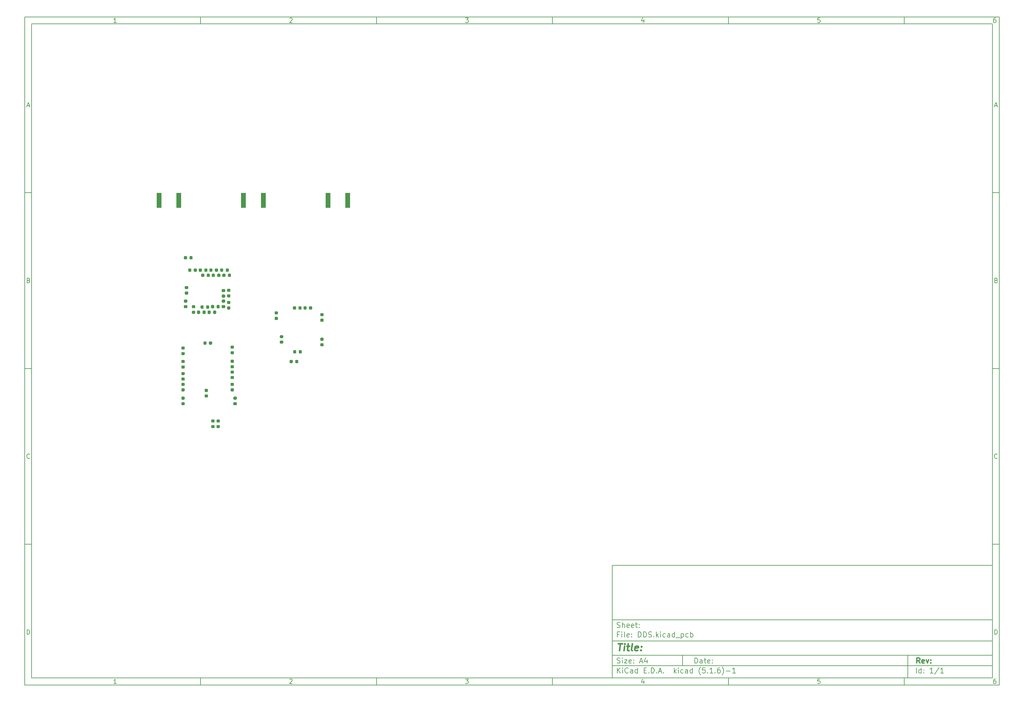
<source format=gbr>
%TF.GenerationSoftware,KiCad,Pcbnew,(5.1.6)-1*%
%TF.CreationDate,2020-10-26T13:42:29-06:00*%
%TF.ProjectId,DDS,4444532e-6b69-4636-9164-5f7063625858,rev?*%
%TF.SameCoordinates,Original*%
%TF.FileFunction,Paste,Bot*%
%TF.FilePolarity,Positive*%
%FSLAX46Y46*%
G04 Gerber Fmt 4.6, Leading zero omitted, Abs format (unit mm)*
G04 Created by KiCad (PCBNEW (5.1.6)-1) date 2020-10-26 13:42:29*
%MOMM*%
%LPD*%
G01*
G04 APERTURE LIST*
%ADD10C,0.100000*%
%ADD11C,0.150000*%
%ADD12C,0.300000*%
%ADD13C,0.400000*%
%ADD14R,1.350000X4.200000*%
G04 APERTURE END LIST*
D10*
D11*
X177002200Y-166007200D02*
X177002200Y-198007200D01*
X285002200Y-198007200D01*
X285002200Y-166007200D01*
X177002200Y-166007200D01*
D10*
D11*
X10000000Y-10000000D02*
X10000000Y-200007200D01*
X287002200Y-200007200D01*
X287002200Y-10000000D01*
X10000000Y-10000000D01*
D10*
D11*
X12000000Y-12000000D02*
X12000000Y-198007200D01*
X285002200Y-198007200D01*
X285002200Y-12000000D01*
X12000000Y-12000000D01*
D10*
D11*
X60000000Y-12000000D02*
X60000000Y-10000000D01*
D10*
D11*
X110000000Y-12000000D02*
X110000000Y-10000000D01*
D10*
D11*
X160000000Y-12000000D02*
X160000000Y-10000000D01*
D10*
D11*
X210000000Y-12000000D02*
X210000000Y-10000000D01*
D10*
D11*
X260000000Y-12000000D02*
X260000000Y-10000000D01*
D10*
D11*
X36065476Y-11588095D02*
X35322619Y-11588095D01*
X35694047Y-11588095D02*
X35694047Y-10288095D01*
X35570238Y-10473809D01*
X35446428Y-10597619D01*
X35322619Y-10659523D01*
D10*
D11*
X85322619Y-10411904D02*
X85384523Y-10350000D01*
X85508333Y-10288095D01*
X85817857Y-10288095D01*
X85941666Y-10350000D01*
X86003571Y-10411904D01*
X86065476Y-10535714D01*
X86065476Y-10659523D01*
X86003571Y-10845238D01*
X85260714Y-11588095D01*
X86065476Y-11588095D01*
D10*
D11*
X135260714Y-10288095D02*
X136065476Y-10288095D01*
X135632142Y-10783333D01*
X135817857Y-10783333D01*
X135941666Y-10845238D01*
X136003571Y-10907142D01*
X136065476Y-11030952D01*
X136065476Y-11340476D01*
X136003571Y-11464285D01*
X135941666Y-11526190D01*
X135817857Y-11588095D01*
X135446428Y-11588095D01*
X135322619Y-11526190D01*
X135260714Y-11464285D01*
D10*
D11*
X185941666Y-10721428D02*
X185941666Y-11588095D01*
X185632142Y-10226190D02*
X185322619Y-11154761D01*
X186127380Y-11154761D01*
D10*
D11*
X236003571Y-10288095D02*
X235384523Y-10288095D01*
X235322619Y-10907142D01*
X235384523Y-10845238D01*
X235508333Y-10783333D01*
X235817857Y-10783333D01*
X235941666Y-10845238D01*
X236003571Y-10907142D01*
X236065476Y-11030952D01*
X236065476Y-11340476D01*
X236003571Y-11464285D01*
X235941666Y-11526190D01*
X235817857Y-11588095D01*
X235508333Y-11588095D01*
X235384523Y-11526190D01*
X235322619Y-11464285D01*
D10*
D11*
X285941666Y-10288095D02*
X285694047Y-10288095D01*
X285570238Y-10350000D01*
X285508333Y-10411904D01*
X285384523Y-10597619D01*
X285322619Y-10845238D01*
X285322619Y-11340476D01*
X285384523Y-11464285D01*
X285446428Y-11526190D01*
X285570238Y-11588095D01*
X285817857Y-11588095D01*
X285941666Y-11526190D01*
X286003571Y-11464285D01*
X286065476Y-11340476D01*
X286065476Y-11030952D01*
X286003571Y-10907142D01*
X285941666Y-10845238D01*
X285817857Y-10783333D01*
X285570238Y-10783333D01*
X285446428Y-10845238D01*
X285384523Y-10907142D01*
X285322619Y-11030952D01*
D10*
D11*
X60000000Y-198007200D02*
X60000000Y-200007200D01*
D10*
D11*
X110000000Y-198007200D02*
X110000000Y-200007200D01*
D10*
D11*
X160000000Y-198007200D02*
X160000000Y-200007200D01*
D10*
D11*
X210000000Y-198007200D02*
X210000000Y-200007200D01*
D10*
D11*
X260000000Y-198007200D02*
X260000000Y-200007200D01*
D10*
D11*
X36065476Y-199595295D02*
X35322619Y-199595295D01*
X35694047Y-199595295D02*
X35694047Y-198295295D01*
X35570238Y-198481009D01*
X35446428Y-198604819D01*
X35322619Y-198666723D01*
D10*
D11*
X85322619Y-198419104D02*
X85384523Y-198357200D01*
X85508333Y-198295295D01*
X85817857Y-198295295D01*
X85941666Y-198357200D01*
X86003571Y-198419104D01*
X86065476Y-198542914D01*
X86065476Y-198666723D01*
X86003571Y-198852438D01*
X85260714Y-199595295D01*
X86065476Y-199595295D01*
D10*
D11*
X135260714Y-198295295D02*
X136065476Y-198295295D01*
X135632142Y-198790533D01*
X135817857Y-198790533D01*
X135941666Y-198852438D01*
X136003571Y-198914342D01*
X136065476Y-199038152D01*
X136065476Y-199347676D01*
X136003571Y-199471485D01*
X135941666Y-199533390D01*
X135817857Y-199595295D01*
X135446428Y-199595295D01*
X135322619Y-199533390D01*
X135260714Y-199471485D01*
D10*
D11*
X185941666Y-198728628D02*
X185941666Y-199595295D01*
X185632142Y-198233390D02*
X185322619Y-199161961D01*
X186127380Y-199161961D01*
D10*
D11*
X236003571Y-198295295D02*
X235384523Y-198295295D01*
X235322619Y-198914342D01*
X235384523Y-198852438D01*
X235508333Y-198790533D01*
X235817857Y-198790533D01*
X235941666Y-198852438D01*
X236003571Y-198914342D01*
X236065476Y-199038152D01*
X236065476Y-199347676D01*
X236003571Y-199471485D01*
X235941666Y-199533390D01*
X235817857Y-199595295D01*
X235508333Y-199595295D01*
X235384523Y-199533390D01*
X235322619Y-199471485D01*
D10*
D11*
X285941666Y-198295295D02*
X285694047Y-198295295D01*
X285570238Y-198357200D01*
X285508333Y-198419104D01*
X285384523Y-198604819D01*
X285322619Y-198852438D01*
X285322619Y-199347676D01*
X285384523Y-199471485D01*
X285446428Y-199533390D01*
X285570238Y-199595295D01*
X285817857Y-199595295D01*
X285941666Y-199533390D01*
X286003571Y-199471485D01*
X286065476Y-199347676D01*
X286065476Y-199038152D01*
X286003571Y-198914342D01*
X285941666Y-198852438D01*
X285817857Y-198790533D01*
X285570238Y-198790533D01*
X285446428Y-198852438D01*
X285384523Y-198914342D01*
X285322619Y-199038152D01*
D10*
D11*
X10000000Y-60000000D02*
X12000000Y-60000000D01*
D10*
D11*
X10000000Y-110000000D02*
X12000000Y-110000000D01*
D10*
D11*
X10000000Y-160000000D02*
X12000000Y-160000000D01*
D10*
D11*
X10690476Y-35216666D02*
X11309523Y-35216666D01*
X10566666Y-35588095D02*
X11000000Y-34288095D01*
X11433333Y-35588095D01*
D10*
D11*
X11092857Y-84907142D02*
X11278571Y-84969047D01*
X11340476Y-85030952D01*
X11402380Y-85154761D01*
X11402380Y-85340476D01*
X11340476Y-85464285D01*
X11278571Y-85526190D01*
X11154761Y-85588095D01*
X10659523Y-85588095D01*
X10659523Y-84288095D01*
X11092857Y-84288095D01*
X11216666Y-84350000D01*
X11278571Y-84411904D01*
X11340476Y-84535714D01*
X11340476Y-84659523D01*
X11278571Y-84783333D01*
X11216666Y-84845238D01*
X11092857Y-84907142D01*
X10659523Y-84907142D01*
D10*
D11*
X11402380Y-135464285D02*
X11340476Y-135526190D01*
X11154761Y-135588095D01*
X11030952Y-135588095D01*
X10845238Y-135526190D01*
X10721428Y-135402380D01*
X10659523Y-135278571D01*
X10597619Y-135030952D01*
X10597619Y-134845238D01*
X10659523Y-134597619D01*
X10721428Y-134473809D01*
X10845238Y-134350000D01*
X11030952Y-134288095D01*
X11154761Y-134288095D01*
X11340476Y-134350000D01*
X11402380Y-134411904D01*
D10*
D11*
X10659523Y-185588095D02*
X10659523Y-184288095D01*
X10969047Y-184288095D01*
X11154761Y-184350000D01*
X11278571Y-184473809D01*
X11340476Y-184597619D01*
X11402380Y-184845238D01*
X11402380Y-185030952D01*
X11340476Y-185278571D01*
X11278571Y-185402380D01*
X11154761Y-185526190D01*
X10969047Y-185588095D01*
X10659523Y-185588095D01*
D10*
D11*
X287002200Y-60000000D02*
X285002200Y-60000000D01*
D10*
D11*
X287002200Y-110000000D02*
X285002200Y-110000000D01*
D10*
D11*
X287002200Y-160000000D02*
X285002200Y-160000000D01*
D10*
D11*
X285692676Y-35216666D02*
X286311723Y-35216666D01*
X285568866Y-35588095D02*
X286002200Y-34288095D01*
X286435533Y-35588095D01*
D10*
D11*
X286095057Y-84907142D02*
X286280771Y-84969047D01*
X286342676Y-85030952D01*
X286404580Y-85154761D01*
X286404580Y-85340476D01*
X286342676Y-85464285D01*
X286280771Y-85526190D01*
X286156961Y-85588095D01*
X285661723Y-85588095D01*
X285661723Y-84288095D01*
X286095057Y-84288095D01*
X286218866Y-84350000D01*
X286280771Y-84411904D01*
X286342676Y-84535714D01*
X286342676Y-84659523D01*
X286280771Y-84783333D01*
X286218866Y-84845238D01*
X286095057Y-84907142D01*
X285661723Y-84907142D01*
D10*
D11*
X286404580Y-135464285D02*
X286342676Y-135526190D01*
X286156961Y-135588095D01*
X286033152Y-135588095D01*
X285847438Y-135526190D01*
X285723628Y-135402380D01*
X285661723Y-135278571D01*
X285599819Y-135030952D01*
X285599819Y-134845238D01*
X285661723Y-134597619D01*
X285723628Y-134473809D01*
X285847438Y-134350000D01*
X286033152Y-134288095D01*
X286156961Y-134288095D01*
X286342676Y-134350000D01*
X286404580Y-134411904D01*
D10*
D11*
X285661723Y-185588095D02*
X285661723Y-184288095D01*
X285971247Y-184288095D01*
X286156961Y-184350000D01*
X286280771Y-184473809D01*
X286342676Y-184597619D01*
X286404580Y-184845238D01*
X286404580Y-185030952D01*
X286342676Y-185278571D01*
X286280771Y-185402380D01*
X286156961Y-185526190D01*
X285971247Y-185588095D01*
X285661723Y-185588095D01*
D10*
D11*
X200434342Y-193785771D02*
X200434342Y-192285771D01*
X200791485Y-192285771D01*
X201005771Y-192357200D01*
X201148628Y-192500057D01*
X201220057Y-192642914D01*
X201291485Y-192928628D01*
X201291485Y-193142914D01*
X201220057Y-193428628D01*
X201148628Y-193571485D01*
X201005771Y-193714342D01*
X200791485Y-193785771D01*
X200434342Y-193785771D01*
X202577200Y-193785771D02*
X202577200Y-193000057D01*
X202505771Y-192857200D01*
X202362914Y-192785771D01*
X202077200Y-192785771D01*
X201934342Y-192857200D01*
X202577200Y-193714342D02*
X202434342Y-193785771D01*
X202077200Y-193785771D01*
X201934342Y-193714342D01*
X201862914Y-193571485D01*
X201862914Y-193428628D01*
X201934342Y-193285771D01*
X202077200Y-193214342D01*
X202434342Y-193214342D01*
X202577200Y-193142914D01*
X203077200Y-192785771D02*
X203648628Y-192785771D01*
X203291485Y-192285771D02*
X203291485Y-193571485D01*
X203362914Y-193714342D01*
X203505771Y-193785771D01*
X203648628Y-193785771D01*
X204720057Y-193714342D02*
X204577200Y-193785771D01*
X204291485Y-193785771D01*
X204148628Y-193714342D01*
X204077200Y-193571485D01*
X204077200Y-193000057D01*
X204148628Y-192857200D01*
X204291485Y-192785771D01*
X204577200Y-192785771D01*
X204720057Y-192857200D01*
X204791485Y-193000057D01*
X204791485Y-193142914D01*
X204077200Y-193285771D01*
X205434342Y-193642914D02*
X205505771Y-193714342D01*
X205434342Y-193785771D01*
X205362914Y-193714342D01*
X205434342Y-193642914D01*
X205434342Y-193785771D01*
X205434342Y-192857200D02*
X205505771Y-192928628D01*
X205434342Y-193000057D01*
X205362914Y-192928628D01*
X205434342Y-192857200D01*
X205434342Y-193000057D01*
D10*
D11*
X177002200Y-194507200D02*
X285002200Y-194507200D01*
D10*
D11*
X178434342Y-196585771D02*
X178434342Y-195085771D01*
X179291485Y-196585771D02*
X178648628Y-195728628D01*
X179291485Y-195085771D02*
X178434342Y-195942914D01*
X179934342Y-196585771D02*
X179934342Y-195585771D01*
X179934342Y-195085771D02*
X179862914Y-195157200D01*
X179934342Y-195228628D01*
X180005771Y-195157200D01*
X179934342Y-195085771D01*
X179934342Y-195228628D01*
X181505771Y-196442914D02*
X181434342Y-196514342D01*
X181220057Y-196585771D01*
X181077200Y-196585771D01*
X180862914Y-196514342D01*
X180720057Y-196371485D01*
X180648628Y-196228628D01*
X180577200Y-195942914D01*
X180577200Y-195728628D01*
X180648628Y-195442914D01*
X180720057Y-195300057D01*
X180862914Y-195157200D01*
X181077200Y-195085771D01*
X181220057Y-195085771D01*
X181434342Y-195157200D01*
X181505771Y-195228628D01*
X182791485Y-196585771D02*
X182791485Y-195800057D01*
X182720057Y-195657200D01*
X182577200Y-195585771D01*
X182291485Y-195585771D01*
X182148628Y-195657200D01*
X182791485Y-196514342D02*
X182648628Y-196585771D01*
X182291485Y-196585771D01*
X182148628Y-196514342D01*
X182077200Y-196371485D01*
X182077200Y-196228628D01*
X182148628Y-196085771D01*
X182291485Y-196014342D01*
X182648628Y-196014342D01*
X182791485Y-195942914D01*
X184148628Y-196585771D02*
X184148628Y-195085771D01*
X184148628Y-196514342D02*
X184005771Y-196585771D01*
X183720057Y-196585771D01*
X183577200Y-196514342D01*
X183505771Y-196442914D01*
X183434342Y-196300057D01*
X183434342Y-195871485D01*
X183505771Y-195728628D01*
X183577200Y-195657200D01*
X183720057Y-195585771D01*
X184005771Y-195585771D01*
X184148628Y-195657200D01*
X186005771Y-195800057D02*
X186505771Y-195800057D01*
X186720057Y-196585771D02*
X186005771Y-196585771D01*
X186005771Y-195085771D01*
X186720057Y-195085771D01*
X187362914Y-196442914D02*
X187434342Y-196514342D01*
X187362914Y-196585771D01*
X187291485Y-196514342D01*
X187362914Y-196442914D01*
X187362914Y-196585771D01*
X188077200Y-196585771D02*
X188077200Y-195085771D01*
X188434342Y-195085771D01*
X188648628Y-195157200D01*
X188791485Y-195300057D01*
X188862914Y-195442914D01*
X188934342Y-195728628D01*
X188934342Y-195942914D01*
X188862914Y-196228628D01*
X188791485Y-196371485D01*
X188648628Y-196514342D01*
X188434342Y-196585771D01*
X188077200Y-196585771D01*
X189577200Y-196442914D02*
X189648628Y-196514342D01*
X189577200Y-196585771D01*
X189505771Y-196514342D01*
X189577200Y-196442914D01*
X189577200Y-196585771D01*
X190220057Y-196157200D02*
X190934342Y-196157200D01*
X190077200Y-196585771D02*
X190577200Y-195085771D01*
X191077200Y-196585771D01*
X191577200Y-196442914D02*
X191648628Y-196514342D01*
X191577200Y-196585771D01*
X191505771Y-196514342D01*
X191577200Y-196442914D01*
X191577200Y-196585771D01*
X194577200Y-196585771D02*
X194577200Y-195085771D01*
X194720057Y-196014342D02*
X195148628Y-196585771D01*
X195148628Y-195585771D02*
X194577200Y-196157200D01*
X195791485Y-196585771D02*
X195791485Y-195585771D01*
X195791485Y-195085771D02*
X195720057Y-195157200D01*
X195791485Y-195228628D01*
X195862914Y-195157200D01*
X195791485Y-195085771D01*
X195791485Y-195228628D01*
X197148628Y-196514342D02*
X197005771Y-196585771D01*
X196720057Y-196585771D01*
X196577200Y-196514342D01*
X196505771Y-196442914D01*
X196434342Y-196300057D01*
X196434342Y-195871485D01*
X196505771Y-195728628D01*
X196577200Y-195657200D01*
X196720057Y-195585771D01*
X197005771Y-195585771D01*
X197148628Y-195657200D01*
X198434342Y-196585771D02*
X198434342Y-195800057D01*
X198362914Y-195657200D01*
X198220057Y-195585771D01*
X197934342Y-195585771D01*
X197791485Y-195657200D01*
X198434342Y-196514342D02*
X198291485Y-196585771D01*
X197934342Y-196585771D01*
X197791485Y-196514342D01*
X197720057Y-196371485D01*
X197720057Y-196228628D01*
X197791485Y-196085771D01*
X197934342Y-196014342D01*
X198291485Y-196014342D01*
X198434342Y-195942914D01*
X199791485Y-196585771D02*
X199791485Y-195085771D01*
X199791485Y-196514342D02*
X199648628Y-196585771D01*
X199362914Y-196585771D01*
X199220057Y-196514342D01*
X199148628Y-196442914D01*
X199077200Y-196300057D01*
X199077200Y-195871485D01*
X199148628Y-195728628D01*
X199220057Y-195657200D01*
X199362914Y-195585771D01*
X199648628Y-195585771D01*
X199791485Y-195657200D01*
X202077200Y-197157200D02*
X202005771Y-197085771D01*
X201862914Y-196871485D01*
X201791485Y-196728628D01*
X201720057Y-196514342D01*
X201648628Y-196157200D01*
X201648628Y-195871485D01*
X201720057Y-195514342D01*
X201791485Y-195300057D01*
X201862914Y-195157200D01*
X202005771Y-194942914D01*
X202077200Y-194871485D01*
X203362914Y-195085771D02*
X202648628Y-195085771D01*
X202577200Y-195800057D01*
X202648628Y-195728628D01*
X202791485Y-195657200D01*
X203148628Y-195657200D01*
X203291485Y-195728628D01*
X203362914Y-195800057D01*
X203434342Y-195942914D01*
X203434342Y-196300057D01*
X203362914Y-196442914D01*
X203291485Y-196514342D01*
X203148628Y-196585771D01*
X202791485Y-196585771D01*
X202648628Y-196514342D01*
X202577200Y-196442914D01*
X204077200Y-196442914D02*
X204148628Y-196514342D01*
X204077200Y-196585771D01*
X204005771Y-196514342D01*
X204077200Y-196442914D01*
X204077200Y-196585771D01*
X205577200Y-196585771D02*
X204720057Y-196585771D01*
X205148628Y-196585771D02*
X205148628Y-195085771D01*
X205005771Y-195300057D01*
X204862914Y-195442914D01*
X204720057Y-195514342D01*
X206220057Y-196442914D02*
X206291485Y-196514342D01*
X206220057Y-196585771D01*
X206148628Y-196514342D01*
X206220057Y-196442914D01*
X206220057Y-196585771D01*
X207577200Y-195085771D02*
X207291485Y-195085771D01*
X207148628Y-195157200D01*
X207077200Y-195228628D01*
X206934342Y-195442914D01*
X206862914Y-195728628D01*
X206862914Y-196300057D01*
X206934342Y-196442914D01*
X207005771Y-196514342D01*
X207148628Y-196585771D01*
X207434342Y-196585771D01*
X207577200Y-196514342D01*
X207648628Y-196442914D01*
X207720057Y-196300057D01*
X207720057Y-195942914D01*
X207648628Y-195800057D01*
X207577200Y-195728628D01*
X207434342Y-195657200D01*
X207148628Y-195657200D01*
X207005771Y-195728628D01*
X206934342Y-195800057D01*
X206862914Y-195942914D01*
X208220057Y-197157200D02*
X208291485Y-197085771D01*
X208434342Y-196871485D01*
X208505771Y-196728628D01*
X208577200Y-196514342D01*
X208648628Y-196157200D01*
X208648628Y-195871485D01*
X208577200Y-195514342D01*
X208505771Y-195300057D01*
X208434342Y-195157200D01*
X208291485Y-194942914D01*
X208220057Y-194871485D01*
X209362914Y-196014342D02*
X210505771Y-196014342D01*
X212005771Y-196585771D02*
X211148628Y-196585771D01*
X211577200Y-196585771D02*
X211577200Y-195085771D01*
X211434342Y-195300057D01*
X211291485Y-195442914D01*
X211148628Y-195514342D01*
D10*
D11*
X177002200Y-191507200D02*
X285002200Y-191507200D01*
D10*
D12*
X264411485Y-193785771D02*
X263911485Y-193071485D01*
X263554342Y-193785771D02*
X263554342Y-192285771D01*
X264125771Y-192285771D01*
X264268628Y-192357200D01*
X264340057Y-192428628D01*
X264411485Y-192571485D01*
X264411485Y-192785771D01*
X264340057Y-192928628D01*
X264268628Y-193000057D01*
X264125771Y-193071485D01*
X263554342Y-193071485D01*
X265625771Y-193714342D02*
X265482914Y-193785771D01*
X265197200Y-193785771D01*
X265054342Y-193714342D01*
X264982914Y-193571485D01*
X264982914Y-193000057D01*
X265054342Y-192857200D01*
X265197200Y-192785771D01*
X265482914Y-192785771D01*
X265625771Y-192857200D01*
X265697200Y-193000057D01*
X265697200Y-193142914D01*
X264982914Y-193285771D01*
X266197200Y-192785771D02*
X266554342Y-193785771D01*
X266911485Y-192785771D01*
X267482914Y-193642914D02*
X267554342Y-193714342D01*
X267482914Y-193785771D01*
X267411485Y-193714342D01*
X267482914Y-193642914D01*
X267482914Y-193785771D01*
X267482914Y-192857200D02*
X267554342Y-192928628D01*
X267482914Y-193000057D01*
X267411485Y-192928628D01*
X267482914Y-192857200D01*
X267482914Y-193000057D01*
D10*
D11*
X178362914Y-193714342D02*
X178577200Y-193785771D01*
X178934342Y-193785771D01*
X179077200Y-193714342D01*
X179148628Y-193642914D01*
X179220057Y-193500057D01*
X179220057Y-193357200D01*
X179148628Y-193214342D01*
X179077200Y-193142914D01*
X178934342Y-193071485D01*
X178648628Y-193000057D01*
X178505771Y-192928628D01*
X178434342Y-192857200D01*
X178362914Y-192714342D01*
X178362914Y-192571485D01*
X178434342Y-192428628D01*
X178505771Y-192357200D01*
X178648628Y-192285771D01*
X179005771Y-192285771D01*
X179220057Y-192357200D01*
X179862914Y-193785771D02*
X179862914Y-192785771D01*
X179862914Y-192285771D02*
X179791485Y-192357200D01*
X179862914Y-192428628D01*
X179934342Y-192357200D01*
X179862914Y-192285771D01*
X179862914Y-192428628D01*
X180434342Y-192785771D02*
X181220057Y-192785771D01*
X180434342Y-193785771D01*
X181220057Y-193785771D01*
X182362914Y-193714342D02*
X182220057Y-193785771D01*
X181934342Y-193785771D01*
X181791485Y-193714342D01*
X181720057Y-193571485D01*
X181720057Y-193000057D01*
X181791485Y-192857200D01*
X181934342Y-192785771D01*
X182220057Y-192785771D01*
X182362914Y-192857200D01*
X182434342Y-193000057D01*
X182434342Y-193142914D01*
X181720057Y-193285771D01*
X183077200Y-193642914D02*
X183148628Y-193714342D01*
X183077200Y-193785771D01*
X183005771Y-193714342D01*
X183077200Y-193642914D01*
X183077200Y-193785771D01*
X183077200Y-192857200D02*
X183148628Y-192928628D01*
X183077200Y-193000057D01*
X183005771Y-192928628D01*
X183077200Y-192857200D01*
X183077200Y-193000057D01*
X184862914Y-193357200D02*
X185577200Y-193357200D01*
X184720057Y-193785771D02*
X185220057Y-192285771D01*
X185720057Y-193785771D01*
X186862914Y-192785771D02*
X186862914Y-193785771D01*
X186505771Y-192214342D02*
X186148628Y-193285771D01*
X187077200Y-193285771D01*
D10*
D11*
X263434342Y-196585771D02*
X263434342Y-195085771D01*
X264791485Y-196585771D02*
X264791485Y-195085771D01*
X264791485Y-196514342D02*
X264648628Y-196585771D01*
X264362914Y-196585771D01*
X264220057Y-196514342D01*
X264148628Y-196442914D01*
X264077200Y-196300057D01*
X264077200Y-195871485D01*
X264148628Y-195728628D01*
X264220057Y-195657200D01*
X264362914Y-195585771D01*
X264648628Y-195585771D01*
X264791485Y-195657200D01*
X265505771Y-196442914D02*
X265577200Y-196514342D01*
X265505771Y-196585771D01*
X265434342Y-196514342D01*
X265505771Y-196442914D01*
X265505771Y-196585771D01*
X265505771Y-195657200D02*
X265577200Y-195728628D01*
X265505771Y-195800057D01*
X265434342Y-195728628D01*
X265505771Y-195657200D01*
X265505771Y-195800057D01*
X268148628Y-196585771D02*
X267291485Y-196585771D01*
X267720057Y-196585771D02*
X267720057Y-195085771D01*
X267577200Y-195300057D01*
X267434342Y-195442914D01*
X267291485Y-195514342D01*
X269862914Y-195014342D02*
X268577200Y-196942914D01*
X271148628Y-196585771D02*
X270291485Y-196585771D01*
X270720057Y-196585771D02*
X270720057Y-195085771D01*
X270577200Y-195300057D01*
X270434342Y-195442914D01*
X270291485Y-195514342D01*
D10*
D11*
X177002200Y-187507200D02*
X285002200Y-187507200D01*
D10*
D13*
X178714580Y-188211961D02*
X179857438Y-188211961D01*
X179036009Y-190211961D02*
X179286009Y-188211961D01*
X180274104Y-190211961D02*
X180440771Y-188878628D01*
X180524104Y-188211961D02*
X180416961Y-188307200D01*
X180500295Y-188402438D01*
X180607438Y-188307200D01*
X180524104Y-188211961D01*
X180500295Y-188402438D01*
X181107438Y-188878628D02*
X181869342Y-188878628D01*
X181476485Y-188211961D02*
X181262200Y-189926247D01*
X181333628Y-190116723D01*
X181512200Y-190211961D01*
X181702676Y-190211961D01*
X182655057Y-190211961D02*
X182476485Y-190116723D01*
X182405057Y-189926247D01*
X182619342Y-188211961D01*
X184190771Y-190116723D02*
X183988390Y-190211961D01*
X183607438Y-190211961D01*
X183428866Y-190116723D01*
X183357438Y-189926247D01*
X183452676Y-189164342D01*
X183571723Y-188973866D01*
X183774104Y-188878628D01*
X184155057Y-188878628D01*
X184333628Y-188973866D01*
X184405057Y-189164342D01*
X184381247Y-189354819D01*
X183405057Y-189545295D01*
X185155057Y-190021485D02*
X185238390Y-190116723D01*
X185131247Y-190211961D01*
X185047914Y-190116723D01*
X185155057Y-190021485D01*
X185131247Y-190211961D01*
X185286009Y-188973866D02*
X185369342Y-189069104D01*
X185262200Y-189164342D01*
X185178866Y-189069104D01*
X185286009Y-188973866D01*
X185262200Y-189164342D01*
D10*
D11*
X178934342Y-185600057D02*
X178434342Y-185600057D01*
X178434342Y-186385771D02*
X178434342Y-184885771D01*
X179148628Y-184885771D01*
X179720057Y-186385771D02*
X179720057Y-185385771D01*
X179720057Y-184885771D02*
X179648628Y-184957200D01*
X179720057Y-185028628D01*
X179791485Y-184957200D01*
X179720057Y-184885771D01*
X179720057Y-185028628D01*
X180648628Y-186385771D02*
X180505771Y-186314342D01*
X180434342Y-186171485D01*
X180434342Y-184885771D01*
X181791485Y-186314342D02*
X181648628Y-186385771D01*
X181362914Y-186385771D01*
X181220057Y-186314342D01*
X181148628Y-186171485D01*
X181148628Y-185600057D01*
X181220057Y-185457200D01*
X181362914Y-185385771D01*
X181648628Y-185385771D01*
X181791485Y-185457200D01*
X181862914Y-185600057D01*
X181862914Y-185742914D01*
X181148628Y-185885771D01*
X182505771Y-186242914D02*
X182577200Y-186314342D01*
X182505771Y-186385771D01*
X182434342Y-186314342D01*
X182505771Y-186242914D01*
X182505771Y-186385771D01*
X182505771Y-185457200D02*
X182577200Y-185528628D01*
X182505771Y-185600057D01*
X182434342Y-185528628D01*
X182505771Y-185457200D01*
X182505771Y-185600057D01*
X184362914Y-186385771D02*
X184362914Y-184885771D01*
X184720057Y-184885771D01*
X184934342Y-184957200D01*
X185077200Y-185100057D01*
X185148628Y-185242914D01*
X185220057Y-185528628D01*
X185220057Y-185742914D01*
X185148628Y-186028628D01*
X185077200Y-186171485D01*
X184934342Y-186314342D01*
X184720057Y-186385771D01*
X184362914Y-186385771D01*
X185862914Y-186385771D02*
X185862914Y-184885771D01*
X186220057Y-184885771D01*
X186434342Y-184957200D01*
X186577200Y-185100057D01*
X186648628Y-185242914D01*
X186720057Y-185528628D01*
X186720057Y-185742914D01*
X186648628Y-186028628D01*
X186577200Y-186171485D01*
X186434342Y-186314342D01*
X186220057Y-186385771D01*
X185862914Y-186385771D01*
X187291485Y-186314342D02*
X187505771Y-186385771D01*
X187862914Y-186385771D01*
X188005771Y-186314342D01*
X188077200Y-186242914D01*
X188148628Y-186100057D01*
X188148628Y-185957200D01*
X188077200Y-185814342D01*
X188005771Y-185742914D01*
X187862914Y-185671485D01*
X187577200Y-185600057D01*
X187434342Y-185528628D01*
X187362914Y-185457200D01*
X187291485Y-185314342D01*
X187291485Y-185171485D01*
X187362914Y-185028628D01*
X187434342Y-184957200D01*
X187577200Y-184885771D01*
X187934342Y-184885771D01*
X188148628Y-184957200D01*
X188791485Y-186242914D02*
X188862914Y-186314342D01*
X188791485Y-186385771D01*
X188720057Y-186314342D01*
X188791485Y-186242914D01*
X188791485Y-186385771D01*
X189505771Y-186385771D02*
X189505771Y-184885771D01*
X189648628Y-185814342D02*
X190077200Y-186385771D01*
X190077200Y-185385771D02*
X189505771Y-185957200D01*
X190720057Y-186385771D02*
X190720057Y-185385771D01*
X190720057Y-184885771D02*
X190648628Y-184957200D01*
X190720057Y-185028628D01*
X190791485Y-184957200D01*
X190720057Y-184885771D01*
X190720057Y-185028628D01*
X192077200Y-186314342D02*
X191934342Y-186385771D01*
X191648628Y-186385771D01*
X191505771Y-186314342D01*
X191434342Y-186242914D01*
X191362914Y-186100057D01*
X191362914Y-185671485D01*
X191434342Y-185528628D01*
X191505771Y-185457200D01*
X191648628Y-185385771D01*
X191934342Y-185385771D01*
X192077200Y-185457200D01*
X193362914Y-186385771D02*
X193362914Y-185600057D01*
X193291485Y-185457200D01*
X193148628Y-185385771D01*
X192862914Y-185385771D01*
X192720057Y-185457200D01*
X193362914Y-186314342D02*
X193220057Y-186385771D01*
X192862914Y-186385771D01*
X192720057Y-186314342D01*
X192648628Y-186171485D01*
X192648628Y-186028628D01*
X192720057Y-185885771D01*
X192862914Y-185814342D01*
X193220057Y-185814342D01*
X193362914Y-185742914D01*
X194720057Y-186385771D02*
X194720057Y-184885771D01*
X194720057Y-186314342D02*
X194577200Y-186385771D01*
X194291485Y-186385771D01*
X194148628Y-186314342D01*
X194077200Y-186242914D01*
X194005771Y-186100057D01*
X194005771Y-185671485D01*
X194077200Y-185528628D01*
X194148628Y-185457200D01*
X194291485Y-185385771D01*
X194577200Y-185385771D01*
X194720057Y-185457200D01*
X195077200Y-186528628D02*
X196220057Y-186528628D01*
X196577200Y-185385771D02*
X196577200Y-186885771D01*
X196577200Y-185457200D02*
X196720057Y-185385771D01*
X197005771Y-185385771D01*
X197148628Y-185457200D01*
X197220057Y-185528628D01*
X197291485Y-185671485D01*
X197291485Y-186100057D01*
X197220057Y-186242914D01*
X197148628Y-186314342D01*
X197005771Y-186385771D01*
X196720057Y-186385771D01*
X196577200Y-186314342D01*
X198577200Y-186314342D02*
X198434342Y-186385771D01*
X198148628Y-186385771D01*
X198005771Y-186314342D01*
X197934342Y-186242914D01*
X197862914Y-186100057D01*
X197862914Y-185671485D01*
X197934342Y-185528628D01*
X198005771Y-185457200D01*
X198148628Y-185385771D01*
X198434342Y-185385771D01*
X198577200Y-185457200D01*
X199220057Y-186385771D02*
X199220057Y-184885771D01*
X199220057Y-185457200D02*
X199362914Y-185385771D01*
X199648628Y-185385771D01*
X199791485Y-185457200D01*
X199862914Y-185528628D01*
X199934342Y-185671485D01*
X199934342Y-186100057D01*
X199862914Y-186242914D01*
X199791485Y-186314342D01*
X199648628Y-186385771D01*
X199362914Y-186385771D01*
X199220057Y-186314342D01*
D10*
D11*
X177002200Y-181507200D02*
X285002200Y-181507200D01*
D10*
D11*
X178362914Y-183614342D02*
X178577200Y-183685771D01*
X178934342Y-183685771D01*
X179077200Y-183614342D01*
X179148628Y-183542914D01*
X179220057Y-183400057D01*
X179220057Y-183257200D01*
X179148628Y-183114342D01*
X179077200Y-183042914D01*
X178934342Y-182971485D01*
X178648628Y-182900057D01*
X178505771Y-182828628D01*
X178434342Y-182757200D01*
X178362914Y-182614342D01*
X178362914Y-182471485D01*
X178434342Y-182328628D01*
X178505771Y-182257200D01*
X178648628Y-182185771D01*
X179005771Y-182185771D01*
X179220057Y-182257200D01*
X179862914Y-183685771D02*
X179862914Y-182185771D01*
X180505771Y-183685771D02*
X180505771Y-182900057D01*
X180434342Y-182757200D01*
X180291485Y-182685771D01*
X180077200Y-182685771D01*
X179934342Y-182757200D01*
X179862914Y-182828628D01*
X181791485Y-183614342D02*
X181648628Y-183685771D01*
X181362914Y-183685771D01*
X181220057Y-183614342D01*
X181148628Y-183471485D01*
X181148628Y-182900057D01*
X181220057Y-182757200D01*
X181362914Y-182685771D01*
X181648628Y-182685771D01*
X181791485Y-182757200D01*
X181862914Y-182900057D01*
X181862914Y-183042914D01*
X181148628Y-183185771D01*
X183077200Y-183614342D02*
X182934342Y-183685771D01*
X182648628Y-183685771D01*
X182505771Y-183614342D01*
X182434342Y-183471485D01*
X182434342Y-182900057D01*
X182505771Y-182757200D01*
X182648628Y-182685771D01*
X182934342Y-182685771D01*
X183077200Y-182757200D01*
X183148628Y-182900057D01*
X183148628Y-183042914D01*
X182434342Y-183185771D01*
X183577200Y-182685771D02*
X184148628Y-182685771D01*
X183791485Y-182185771D02*
X183791485Y-183471485D01*
X183862914Y-183614342D01*
X184005771Y-183685771D01*
X184148628Y-183685771D01*
X184648628Y-183542914D02*
X184720057Y-183614342D01*
X184648628Y-183685771D01*
X184577200Y-183614342D01*
X184648628Y-183542914D01*
X184648628Y-183685771D01*
X184648628Y-182757200D02*
X184720057Y-182828628D01*
X184648628Y-182900057D01*
X184577200Y-182828628D01*
X184648628Y-182757200D01*
X184648628Y-182900057D01*
D10*
D11*
X197002200Y-191507200D02*
X197002200Y-194507200D01*
D10*
D11*
X261002200Y-191507200D02*
X261002200Y-198007200D01*
D14*
%TO.C,J6*%
X96175000Y-62150000D03*
X101825000Y-62150000D03*
%TD*%
%TO.C,J5*%
X72175000Y-62150000D03*
X77825000Y-62150000D03*
%TD*%
%TO.C,J4*%
X48175000Y-62150000D03*
X53825000Y-62150000D03*
%TD*%
%TO.C,RBIAS1*%
G36*
G01*
X61750000Y-83756250D02*
X61750000Y-83243750D01*
G75*
G02*
X61968750Y-83025000I218750J0D01*
G01*
X62406250Y-83025000D01*
G75*
G02*
X62625000Y-83243750I0J-218750D01*
G01*
X62625000Y-83756250D01*
G75*
G02*
X62406250Y-83975000I-218750J0D01*
G01*
X61968750Y-83975000D01*
G75*
G02*
X61750000Y-83756250I0J218750D01*
G01*
G37*
G36*
G01*
X60175000Y-83756250D02*
X60175000Y-83243750D01*
G75*
G02*
X60393750Y-83025000I218750J0D01*
G01*
X60831250Y-83025000D01*
G75*
G02*
X61050000Y-83243750I0J-218750D01*
G01*
X61050000Y-83756250D01*
G75*
G02*
X60831250Y-83975000I-218750J0D01*
G01*
X60393750Y-83975000D01*
G75*
G02*
X60175000Y-83756250I0J218750D01*
G01*
G37*
%TD*%
%TO.C,R20*%
G36*
G01*
X63243750Y-126062500D02*
X63756250Y-126062500D01*
G75*
G02*
X63975000Y-126281250I0J-218750D01*
G01*
X63975000Y-126718750D01*
G75*
G02*
X63756250Y-126937500I-218750J0D01*
G01*
X63243750Y-126937500D01*
G75*
G02*
X63025000Y-126718750I0J218750D01*
G01*
X63025000Y-126281250D01*
G75*
G02*
X63243750Y-126062500I218750J0D01*
G01*
G37*
G36*
G01*
X63243750Y-124487500D02*
X63756250Y-124487500D01*
G75*
G02*
X63975000Y-124706250I0J-218750D01*
G01*
X63975000Y-125143750D01*
G75*
G02*
X63756250Y-125362500I-218750J0D01*
G01*
X63243750Y-125362500D01*
G75*
G02*
X63025000Y-125143750I0J218750D01*
G01*
X63025000Y-124706250D01*
G75*
G02*
X63243750Y-124487500I218750J0D01*
G01*
G37*
%TD*%
%TO.C,R19*%
G36*
G01*
X67762500Y-83756250D02*
X67762500Y-83243750D01*
G75*
G02*
X67981250Y-83025000I218750J0D01*
G01*
X68418750Y-83025000D01*
G75*
G02*
X68637500Y-83243750I0J-218750D01*
G01*
X68637500Y-83756250D01*
G75*
G02*
X68418750Y-83975000I-218750J0D01*
G01*
X67981250Y-83975000D01*
G75*
G02*
X67762500Y-83756250I0J218750D01*
G01*
G37*
G36*
G01*
X66187500Y-83756250D02*
X66187500Y-83243750D01*
G75*
G02*
X66406250Y-83025000I218750J0D01*
G01*
X66843750Y-83025000D01*
G75*
G02*
X67062500Y-83243750I0J-218750D01*
G01*
X67062500Y-83756250D01*
G75*
G02*
X66843750Y-83975000I-218750J0D01*
G01*
X66406250Y-83975000D01*
G75*
G02*
X66187500Y-83756250I0J218750D01*
G01*
G37*
%TD*%
%TO.C,R15*%
G36*
G01*
X64743750Y-126062500D02*
X65256250Y-126062500D01*
G75*
G02*
X65475000Y-126281250I0J-218750D01*
G01*
X65475000Y-126718750D01*
G75*
G02*
X65256250Y-126937500I-218750J0D01*
G01*
X64743750Y-126937500D01*
G75*
G02*
X64525000Y-126718750I0J218750D01*
G01*
X64525000Y-126281250D01*
G75*
G02*
X64743750Y-126062500I218750J0D01*
G01*
G37*
G36*
G01*
X64743750Y-124487500D02*
X65256250Y-124487500D01*
G75*
G02*
X65475000Y-124706250I0J-218750D01*
G01*
X65475000Y-125143750D01*
G75*
G02*
X65256250Y-125362500I-218750J0D01*
G01*
X64743750Y-125362500D01*
G75*
G02*
X64525000Y-125143750I0J218750D01*
G01*
X64525000Y-124706250D01*
G75*
G02*
X64743750Y-124487500I218750J0D01*
G01*
G37*
%TD*%
%TO.C,R14*%
G36*
G01*
X61343750Y-117362500D02*
X61856250Y-117362500D01*
G75*
G02*
X62075000Y-117581250I0J-218750D01*
G01*
X62075000Y-118018750D01*
G75*
G02*
X61856250Y-118237500I-218750J0D01*
G01*
X61343750Y-118237500D01*
G75*
G02*
X61125000Y-118018750I0J218750D01*
G01*
X61125000Y-117581250D01*
G75*
G02*
X61343750Y-117362500I218750J0D01*
G01*
G37*
G36*
G01*
X61343750Y-115787500D02*
X61856250Y-115787500D01*
G75*
G02*
X62075000Y-116006250I0J-218750D01*
G01*
X62075000Y-116443750D01*
G75*
G02*
X61856250Y-116662500I-218750J0D01*
G01*
X61343750Y-116662500D01*
G75*
G02*
X61125000Y-116443750I0J218750D01*
G01*
X61125000Y-116006250D01*
G75*
G02*
X61343750Y-115787500I218750J0D01*
G01*
G37*
%TD*%
%TO.C,R13*%
G36*
G01*
X66243750Y-91962500D02*
X66756250Y-91962500D01*
G75*
G02*
X66975000Y-92181250I0J-218750D01*
G01*
X66975000Y-92618750D01*
G75*
G02*
X66756250Y-92837500I-218750J0D01*
G01*
X66243750Y-92837500D01*
G75*
G02*
X66025000Y-92618750I0J218750D01*
G01*
X66025000Y-92181250D01*
G75*
G02*
X66243750Y-91962500I218750J0D01*
G01*
G37*
G36*
G01*
X66243750Y-90387500D02*
X66756250Y-90387500D01*
G75*
G02*
X66975000Y-90606250I0J-218750D01*
G01*
X66975000Y-91043750D01*
G75*
G02*
X66756250Y-91262500I-218750J0D01*
G01*
X66243750Y-91262500D01*
G75*
G02*
X66025000Y-91043750I0J218750D01*
G01*
X66025000Y-90606250D01*
G75*
G02*
X66243750Y-90387500I218750J0D01*
G01*
G37*
%TD*%
%TO.C,C49*%
G36*
G01*
X64037500Y-83243750D02*
X64037500Y-83756250D01*
G75*
G02*
X63818750Y-83975000I-218750J0D01*
G01*
X63381250Y-83975000D01*
G75*
G02*
X63162500Y-83756250I0J218750D01*
G01*
X63162500Y-83243750D01*
G75*
G02*
X63381250Y-83025000I218750J0D01*
G01*
X63818750Y-83025000D01*
G75*
G02*
X64037500Y-83243750I0J-218750D01*
G01*
G37*
G36*
G01*
X65612500Y-83243750D02*
X65612500Y-83756250D01*
G75*
G02*
X65393750Y-83975000I-218750J0D01*
G01*
X64956250Y-83975000D01*
G75*
G02*
X64737500Y-83756250I0J218750D01*
G01*
X64737500Y-83243750D01*
G75*
G02*
X64956250Y-83025000I218750J0D01*
G01*
X65393750Y-83025000D01*
G75*
G02*
X65612500Y-83243750I0J-218750D01*
G01*
G37*
%TD*%
%TO.C,C48*%
G36*
G01*
X61562500Y-92756250D02*
X61562500Y-92243750D01*
G75*
G02*
X61781250Y-92025000I218750J0D01*
G01*
X62218750Y-92025000D01*
G75*
G02*
X62437500Y-92243750I0J-218750D01*
G01*
X62437500Y-92756250D01*
G75*
G02*
X62218750Y-92975000I-218750J0D01*
G01*
X61781250Y-92975000D01*
G75*
G02*
X61562500Y-92756250I0J218750D01*
G01*
G37*
G36*
G01*
X59987500Y-92756250D02*
X59987500Y-92243750D01*
G75*
G02*
X60206250Y-92025000I218750J0D01*
G01*
X60643750Y-92025000D01*
G75*
G02*
X60862500Y-92243750I0J-218750D01*
G01*
X60862500Y-92756250D01*
G75*
G02*
X60643750Y-92975000I-218750J0D01*
G01*
X60206250Y-92975000D01*
G75*
G02*
X59987500Y-92756250I0J218750D01*
G01*
G37*
%TD*%
%TO.C,C47*%
G36*
G01*
X66243750Y-88962500D02*
X66756250Y-88962500D01*
G75*
G02*
X66975000Y-89181250I0J-218750D01*
G01*
X66975000Y-89618750D01*
G75*
G02*
X66756250Y-89837500I-218750J0D01*
G01*
X66243750Y-89837500D01*
G75*
G02*
X66025000Y-89618750I0J218750D01*
G01*
X66025000Y-89181250D01*
G75*
G02*
X66243750Y-88962500I218750J0D01*
G01*
G37*
G36*
G01*
X66243750Y-87387500D02*
X66756250Y-87387500D01*
G75*
G02*
X66975000Y-87606250I0J-218750D01*
G01*
X66975000Y-88043750D01*
G75*
G02*
X66756250Y-88262500I-218750J0D01*
G01*
X66243750Y-88262500D01*
G75*
G02*
X66025000Y-88043750I0J218750D01*
G01*
X66025000Y-87606250D01*
G75*
G02*
X66243750Y-87387500I218750J0D01*
G01*
G37*
%TD*%
%TO.C,C46*%
G36*
G01*
X64550000Y-92656250D02*
X64550000Y-92143750D01*
G75*
G02*
X64768750Y-91925000I218750J0D01*
G01*
X65206250Y-91925000D01*
G75*
G02*
X65425000Y-92143750I0J-218750D01*
G01*
X65425000Y-92656250D01*
G75*
G02*
X65206250Y-92875000I-218750J0D01*
G01*
X64768750Y-92875000D01*
G75*
G02*
X64550000Y-92656250I0J218750D01*
G01*
G37*
G36*
G01*
X62975000Y-92656250D02*
X62975000Y-92143750D01*
G75*
G02*
X63193750Y-91925000I218750J0D01*
G01*
X63631250Y-91925000D01*
G75*
G02*
X63850000Y-92143750I0J-218750D01*
G01*
X63850000Y-92656250D01*
G75*
G02*
X63631250Y-92875000I-218750J0D01*
G01*
X63193750Y-92875000D01*
G75*
G02*
X62975000Y-92656250I0J218750D01*
G01*
G37*
%TD*%
%TO.C,C45*%
G36*
G01*
X86187500Y-107743750D02*
X86187500Y-108256250D01*
G75*
G02*
X85968750Y-108475000I-218750J0D01*
G01*
X85531250Y-108475000D01*
G75*
G02*
X85312500Y-108256250I0J218750D01*
G01*
X85312500Y-107743750D01*
G75*
G02*
X85531250Y-107525000I218750J0D01*
G01*
X85968750Y-107525000D01*
G75*
G02*
X86187500Y-107743750I0J-218750D01*
G01*
G37*
G36*
G01*
X87762500Y-107743750D02*
X87762500Y-108256250D01*
G75*
G02*
X87543750Y-108475000I-218750J0D01*
G01*
X87106250Y-108475000D01*
G75*
G02*
X86887500Y-108256250I0J218750D01*
G01*
X86887500Y-107743750D01*
G75*
G02*
X87106250Y-107525000I218750J0D01*
G01*
X87543750Y-107525000D01*
G75*
G02*
X87762500Y-107743750I0J-218750D01*
G01*
G37*
%TD*%
%TO.C,C44*%
G36*
G01*
X82743750Y-102062500D02*
X83256250Y-102062500D01*
G75*
G02*
X83475000Y-102281250I0J-218750D01*
G01*
X83475000Y-102718750D01*
G75*
G02*
X83256250Y-102937500I-218750J0D01*
G01*
X82743750Y-102937500D01*
G75*
G02*
X82525000Y-102718750I0J218750D01*
G01*
X82525000Y-102281250D01*
G75*
G02*
X82743750Y-102062500I218750J0D01*
G01*
G37*
G36*
G01*
X82743750Y-100487500D02*
X83256250Y-100487500D01*
G75*
G02*
X83475000Y-100706250I0J-218750D01*
G01*
X83475000Y-101143750D01*
G75*
G02*
X83256250Y-101362500I-218750J0D01*
G01*
X82743750Y-101362500D01*
G75*
G02*
X82525000Y-101143750I0J218750D01*
G01*
X82525000Y-100706250D01*
G75*
G02*
X82743750Y-100487500I218750J0D01*
G01*
G37*
%TD*%
%TO.C,C43*%
G36*
G01*
X81243750Y-95312500D02*
X81756250Y-95312500D01*
G75*
G02*
X81975000Y-95531250I0J-218750D01*
G01*
X81975000Y-95968750D01*
G75*
G02*
X81756250Y-96187500I-218750J0D01*
G01*
X81243750Y-96187500D01*
G75*
G02*
X81025000Y-95968750I0J218750D01*
G01*
X81025000Y-95531250D01*
G75*
G02*
X81243750Y-95312500I218750J0D01*
G01*
G37*
G36*
G01*
X81243750Y-93737500D02*
X81756250Y-93737500D01*
G75*
G02*
X81975000Y-93956250I0J-218750D01*
G01*
X81975000Y-94393750D01*
G75*
G02*
X81756250Y-94612500I-218750J0D01*
G01*
X81243750Y-94612500D01*
G75*
G02*
X81025000Y-94393750I0J218750D01*
G01*
X81025000Y-93956250D01*
G75*
G02*
X81243750Y-93737500I218750J0D01*
G01*
G37*
%TD*%
%TO.C,C42*%
G36*
G01*
X90812500Y-93006250D02*
X90812500Y-92493750D01*
G75*
G02*
X91031250Y-92275000I218750J0D01*
G01*
X91468750Y-92275000D01*
G75*
G02*
X91687500Y-92493750I0J-218750D01*
G01*
X91687500Y-93006250D01*
G75*
G02*
X91468750Y-93225000I-218750J0D01*
G01*
X91031250Y-93225000D01*
G75*
G02*
X90812500Y-93006250I0J218750D01*
G01*
G37*
G36*
G01*
X89237500Y-93006250D02*
X89237500Y-92493750D01*
G75*
G02*
X89456250Y-92275000I218750J0D01*
G01*
X89893750Y-92275000D01*
G75*
G02*
X90112500Y-92493750I0J-218750D01*
G01*
X90112500Y-93006250D01*
G75*
G02*
X89893750Y-93225000I-218750J0D01*
G01*
X89456250Y-93225000D01*
G75*
G02*
X89237500Y-93006250I0J218750D01*
G01*
G37*
%TD*%
%TO.C,C41*%
G36*
G01*
X68256250Y-88187500D02*
X67743750Y-88187500D01*
G75*
G02*
X67525000Y-87968750I0J218750D01*
G01*
X67525000Y-87531250D01*
G75*
G02*
X67743750Y-87312500I218750J0D01*
G01*
X68256250Y-87312500D01*
G75*
G02*
X68475000Y-87531250I0J-218750D01*
G01*
X68475000Y-87968750D01*
G75*
G02*
X68256250Y-88187500I-218750J0D01*
G01*
G37*
G36*
G01*
X68256250Y-89762500D02*
X67743750Y-89762500D01*
G75*
G02*
X67525000Y-89543750I0J218750D01*
G01*
X67525000Y-89106250D01*
G75*
G02*
X67743750Y-88887500I218750J0D01*
G01*
X68256250Y-88887500D01*
G75*
G02*
X68475000Y-89106250I0J-218750D01*
G01*
X68475000Y-89543750D01*
G75*
G02*
X68256250Y-89762500I-218750J0D01*
G01*
G37*
%TD*%
%TO.C,C40*%
G36*
G01*
X94243750Y-95812500D02*
X94756250Y-95812500D01*
G75*
G02*
X94975000Y-96031250I0J-218750D01*
G01*
X94975000Y-96468750D01*
G75*
G02*
X94756250Y-96687500I-218750J0D01*
G01*
X94243750Y-96687500D01*
G75*
G02*
X94025000Y-96468750I0J218750D01*
G01*
X94025000Y-96031250D01*
G75*
G02*
X94243750Y-95812500I218750J0D01*
G01*
G37*
G36*
G01*
X94243750Y-94237500D02*
X94756250Y-94237500D01*
G75*
G02*
X94975000Y-94456250I0J-218750D01*
G01*
X94975000Y-94893750D01*
G75*
G02*
X94756250Y-95112500I-218750J0D01*
G01*
X94243750Y-95112500D01*
G75*
G02*
X94025000Y-94893750I0J218750D01*
G01*
X94025000Y-94456250D01*
G75*
G02*
X94243750Y-94237500I218750J0D01*
G01*
G37*
%TD*%
%TO.C,C38*%
G36*
G01*
X56006250Y-91262500D02*
X55493750Y-91262500D01*
G75*
G02*
X55275000Y-91043750I0J218750D01*
G01*
X55275000Y-90606250D01*
G75*
G02*
X55493750Y-90387500I218750J0D01*
G01*
X56006250Y-90387500D01*
G75*
G02*
X56225000Y-90606250I0J-218750D01*
G01*
X56225000Y-91043750D01*
G75*
G02*
X56006250Y-91262500I-218750J0D01*
G01*
G37*
G36*
G01*
X56006250Y-92837500D02*
X55493750Y-92837500D01*
G75*
G02*
X55275000Y-92618750I0J218750D01*
G01*
X55275000Y-92181250D01*
G75*
G02*
X55493750Y-91962500I218750J0D01*
G01*
X56006250Y-91962500D01*
G75*
G02*
X56225000Y-92181250I0J-218750D01*
G01*
X56225000Y-92618750D01*
G75*
G02*
X56006250Y-92837500I-218750J0D01*
G01*
G37*
%TD*%
%TO.C,C37*%
G36*
G01*
X94243750Y-102812500D02*
X94756250Y-102812500D01*
G75*
G02*
X94975000Y-103031250I0J-218750D01*
G01*
X94975000Y-103468750D01*
G75*
G02*
X94756250Y-103687500I-218750J0D01*
G01*
X94243750Y-103687500D01*
G75*
G02*
X94025000Y-103468750I0J218750D01*
G01*
X94025000Y-103031250D01*
G75*
G02*
X94243750Y-102812500I218750J0D01*
G01*
G37*
G36*
G01*
X94243750Y-101237500D02*
X94756250Y-101237500D01*
G75*
G02*
X94975000Y-101456250I0J-218750D01*
G01*
X94975000Y-101893750D01*
G75*
G02*
X94756250Y-102112500I-218750J0D01*
G01*
X94243750Y-102112500D01*
G75*
G02*
X94025000Y-101893750I0J218750D01*
G01*
X94025000Y-101456250D01*
G75*
G02*
X94243750Y-101237500I218750J0D01*
G01*
G37*
%TD*%
%TO.C,C34*%
G36*
G01*
X87812500Y-93006250D02*
X87812500Y-92493750D01*
G75*
G02*
X88031250Y-92275000I218750J0D01*
G01*
X88468750Y-92275000D01*
G75*
G02*
X88687500Y-92493750I0J-218750D01*
G01*
X88687500Y-93006250D01*
G75*
G02*
X88468750Y-93225000I-218750J0D01*
G01*
X88031250Y-93225000D01*
G75*
G02*
X87812500Y-93006250I0J218750D01*
G01*
G37*
G36*
G01*
X86237500Y-93006250D02*
X86237500Y-92493750D01*
G75*
G02*
X86456250Y-92275000I218750J0D01*
G01*
X86893750Y-92275000D01*
G75*
G02*
X87112500Y-92493750I0J-218750D01*
G01*
X87112500Y-93006250D01*
G75*
G02*
X86893750Y-93225000I-218750J0D01*
G01*
X86456250Y-93225000D01*
G75*
G02*
X86237500Y-93006250I0J218750D01*
G01*
G37*
%TD*%
%TO.C,C33*%
G36*
G01*
X56256250Y-87400000D02*
X55743750Y-87400000D01*
G75*
G02*
X55525000Y-87181250I0J218750D01*
G01*
X55525000Y-86743750D01*
G75*
G02*
X55743750Y-86525000I218750J0D01*
G01*
X56256250Y-86525000D01*
G75*
G02*
X56475000Y-86743750I0J-218750D01*
G01*
X56475000Y-87181250D01*
G75*
G02*
X56256250Y-87400000I-218750J0D01*
G01*
G37*
G36*
G01*
X56256250Y-88975000D02*
X55743750Y-88975000D01*
G75*
G02*
X55525000Y-88756250I0J218750D01*
G01*
X55525000Y-88318750D01*
G75*
G02*
X55743750Y-88100000I218750J0D01*
G01*
X56256250Y-88100000D01*
G75*
G02*
X56475000Y-88318750I0J-218750D01*
G01*
X56475000Y-88756250D01*
G75*
G02*
X56256250Y-88975000I-218750J0D01*
G01*
G37*
%TD*%
%TO.C,C31*%
G36*
G01*
X87887500Y-105506250D02*
X87887500Y-104993750D01*
G75*
G02*
X88106250Y-104775000I218750J0D01*
G01*
X88543750Y-104775000D01*
G75*
G02*
X88762500Y-104993750I0J-218750D01*
G01*
X88762500Y-105506250D01*
G75*
G02*
X88543750Y-105725000I-218750J0D01*
G01*
X88106250Y-105725000D01*
G75*
G02*
X87887500Y-105506250I0J218750D01*
G01*
G37*
G36*
G01*
X86312500Y-105506250D02*
X86312500Y-104993750D01*
G75*
G02*
X86531250Y-104775000I218750J0D01*
G01*
X86968750Y-104775000D01*
G75*
G02*
X87187500Y-104993750I0J-218750D01*
G01*
X87187500Y-105506250D01*
G75*
G02*
X86968750Y-105725000I-218750J0D01*
G01*
X86531250Y-105725000D01*
G75*
G02*
X86312500Y-105506250I0J218750D01*
G01*
G37*
%TD*%
%TO.C,C29*%
G36*
G01*
X57743750Y-93562500D02*
X58256250Y-93562500D01*
G75*
G02*
X58475000Y-93781250I0J-218750D01*
G01*
X58475000Y-94218750D01*
G75*
G02*
X58256250Y-94437500I-218750J0D01*
G01*
X57743750Y-94437500D01*
G75*
G02*
X57525000Y-94218750I0J218750D01*
G01*
X57525000Y-93781250D01*
G75*
G02*
X57743750Y-93562500I218750J0D01*
G01*
G37*
G36*
G01*
X57743750Y-91987500D02*
X58256250Y-91987500D01*
G75*
G02*
X58475000Y-92206250I0J-218750D01*
G01*
X58475000Y-92643750D01*
G75*
G02*
X58256250Y-92862500I-218750J0D01*
G01*
X57743750Y-92862500D01*
G75*
G02*
X57525000Y-92643750I0J218750D01*
G01*
X57525000Y-92206250D01*
G75*
G02*
X57743750Y-91987500I218750J0D01*
G01*
G37*
%TD*%
%TO.C,C28*%
G36*
G01*
X68743750Y-112137500D02*
X69256250Y-112137500D01*
G75*
G02*
X69475000Y-112356250I0J-218750D01*
G01*
X69475000Y-112793750D01*
G75*
G02*
X69256250Y-113012500I-218750J0D01*
G01*
X68743750Y-113012500D01*
G75*
G02*
X68525000Y-112793750I0J218750D01*
G01*
X68525000Y-112356250D01*
G75*
G02*
X68743750Y-112137500I218750J0D01*
G01*
G37*
G36*
G01*
X68743750Y-110562500D02*
X69256250Y-110562500D01*
G75*
G02*
X69475000Y-110781250I0J-218750D01*
G01*
X69475000Y-111218750D01*
G75*
G02*
X69256250Y-111437500I-218750J0D01*
G01*
X68743750Y-111437500D01*
G75*
G02*
X68525000Y-111218750I0J218750D01*
G01*
X68525000Y-110781250D01*
G75*
G02*
X68743750Y-110562500I218750J0D01*
G01*
G37*
%TD*%
%TO.C,C27*%
G36*
G01*
X55256250Y-111862500D02*
X54743750Y-111862500D01*
G75*
G02*
X54525000Y-111643750I0J218750D01*
G01*
X54525000Y-111206250D01*
G75*
G02*
X54743750Y-110987500I218750J0D01*
G01*
X55256250Y-110987500D01*
G75*
G02*
X55475000Y-111206250I0J-218750D01*
G01*
X55475000Y-111643750D01*
G75*
G02*
X55256250Y-111862500I-218750J0D01*
G01*
G37*
G36*
G01*
X55256250Y-113437500D02*
X54743750Y-113437500D01*
G75*
G02*
X54525000Y-113218750I0J218750D01*
G01*
X54525000Y-112781250D01*
G75*
G02*
X54743750Y-112562500I218750J0D01*
G01*
X55256250Y-112562500D01*
G75*
G02*
X55475000Y-112781250I0J-218750D01*
G01*
X55475000Y-113218750D01*
G75*
G02*
X55256250Y-113437500I-218750J0D01*
G01*
G37*
%TD*%
%TO.C,C25*%
G36*
G01*
X69543750Y-119562500D02*
X70056250Y-119562500D01*
G75*
G02*
X70275000Y-119781250I0J-218750D01*
G01*
X70275000Y-120218750D01*
G75*
G02*
X70056250Y-120437500I-218750J0D01*
G01*
X69543750Y-120437500D01*
G75*
G02*
X69325000Y-120218750I0J218750D01*
G01*
X69325000Y-119781250D01*
G75*
G02*
X69543750Y-119562500I218750J0D01*
G01*
G37*
G36*
G01*
X69543750Y-117987500D02*
X70056250Y-117987500D01*
G75*
G02*
X70275000Y-118206250I0J-218750D01*
G01*
X70275000Y-118643750D01*
G75*
G02*
X70056250Y-118862500I-218750J0D01*
G01*
X69543750Y-118862500D01*
G75*
G02*
X69325000Y-118643750I0J218750D01*
G01*
X69325000Y-118206250D01*
G75*
G02*
X69543750Y-117987500I218750J0D01*
G01*
G37*
%TD*%
%TO.C,C24*%
G36*
G01*
X56850000Y-78756250D02*
X56850000Y-78243750D01*
G75*
G02*
X57068750Y-78025000I218750J0D01*
G01*
X57506250Y-78025000D01*
G75*
G02*
X57725000Y-78243750I0J-218750D01*
G01*
X57725000Y-78756250D01*
G75*
G02*
X57506250Y-78975000I-218750J0D01*
G01*
X57068750Y-78975000D01*
G75*
G02*
X56850000Y-78756250I0J218750D01*
G01*
G37*
G36*
G01*
X55275000Y-78756250D02*
X55275000Y-78243750D01*
G75*
G02*
X55493750Y-78025000I218750J0D01*
G01*
X55931250Y-78025000D01*
G75*
G02*
X56150000Y-78243750I0J-218750D01*
G01*
X56150000Y-78756250D01*
G75*
G02*
X55931250Y-78975000I-218750J0D01*
G01*
X55493750Y-78975000D01*
G75*
G02*
X55275000Y-78756250I0J218750D01*
G01*
G37*
%TD*%
%TO.C,C23*%
G36*
G01*
X69256250Y-114937500D02*
X68743750Y-114937500D01*
G75*
G02*
X68525000Y-114718750I0J218750D01*
G01*
X68525000Y-114281250D01*
G75*
G02*
X68743750Y-114062500I218750J0D01*
G01*
X69256250Y-114062500D01*
G75*
G02*
X69475000Y-114281250I0J-218750D01*
G01*
X69475000Y-114718750D01*
G75*
G02*
X69256250Y-114937500I-218750J0D01*
G01*
G37*
G36*
G01*
X69256250Y-116512500D02*
X68743750Y-116512500D01*
G75*
G02*
X68525000Y-116293750I0J218750D01*
G01*
X68525000Y-115856250D01*
G75*
G02*
X68743750Y-115637500I218750J0D01*
G01*
X69256250Y-115637500D01*
G75*
G02*
X69475000Y-115856250I0J-218750D01*
G01*
X69475000Y-116293750D01*
G75*
G02*
X69256250Y-116512500I-218750J0D01*
G01*
G37*
%TD*%
%TO.C,C22*%
G36*
G01*
X58062500Y-82256250D02*
X58062500Y-81743750D01*
G75*
G02*
X58281250Y-81525000I218750J0D01*
G01*
X58718750Y-81525000D01*
G75*
G02*
X58937500Y-81743750I0J-218750D01*
G01*
X58937500Y-82256250D01*
G75*
G02*
X58718750Y-82475000I-218750J0D01*
G01*
X58281250Y-82475000D01*
G75*
G02*
X58062500Y-82256250I0J218750D01*
G01*
G37*
G36*
G01*
X56487500Y-82256250D02*
X56487500Y-81743750D01*
G75*
G02*
X56706250Y-81525000I218750J0D01*
G01*
X57143750Y-81525000D01*
G75*
G02*
X57362500Y-81743750I0J-218750D01*
G01*
X57362500Y-82256250D01*
G75*
G02*
X57143750Y-82475000I-218750J0D01*
G01*
X56706250Y-82475000D01*
G75*
G02*
X56487500Y-82256250I0J218750D01*
G01*
G37*
%TD*%
%TO.C,C21*%
G36*
G01*
X68743750Y-109062500D02*
X69256250Y-109062500D01*
G75*
G02*
X69475000Y-109281250I0J-218750D01*
G01*
X69475000Y-109718750D01*
G75*
G02*
X69256250Y-109937500I-218750J0D01*
G01*
X68743750Y-109937500D01*
G75*
G02*
X68525000Y-109718750I0J218750D01*
G01*
X68525000Y-109281250D01*
G75*
G02*
X68743750Y-109062500I218750J0D01*
G01*
G37*
G36*
G01*
X68743750Y-107487500D02*
X69256250Y-107487500D01*
G75*
G02*
X69475000Y-107706250I0J-218750D01*
G01*
X69475000Y-108143750D01*
G75*
G02*
X69256250Y-108362500I-218750J0D01*
G01*
X68743750Y-108362500D01*
G75*
G02*
X68525000Y-108143750I0J218750D01*
G01*
X68525000Y-107706250D01*
G75*
G02*
X68743750Y-107487500I218750J0D01*
G01*
G37*
%TD*%
%TO.C,C20*%
G36*
G01*
X61062500Y-82256250D02*
X61062500Y-81743750D01*
G75*
G02*
X61281250Y-81525000I218750J0D01*
G01*
X61718750Y-81525000D01*
G75*
G02*
X61937500Y-81743750I0J-218750D01*
G01*
X61937500Y-82256250D01*
G75*
G02*
X61718750Y-82475000I-218750J0D01*
G01*
X61281250Y-82475000D01*
G75*
G02*
X61062500Y-82256250I0J218750D01*
G01*
G37*
G36*
G01*
X59487500Y-82256250D02*
X59487500Y-81743750D01*
G75*
G02*
X59706250Y-81525000I218750J0D01*
G01*
X60143750Y-81525000D01*
G75*
G02*
X60362500Y-81743750I0J-218750D01*
G01*
X60362500Y-82256250D01*
G75*
G02*
X60143750Y-82475000I-218750J0D01*
G01*
X59706250Y-82475000D01*
G75*
G02*
X59487500Y-82256250I0J218750D01*
G01*
G37*
%TD*%
%TO.C,C19*%
G36*
G01*
X69256250Y-104362500D02*
X68743750Y-104362500D01*
G75*
G02*
X68525000Y-104143750I0J218750D01*
G01*
X68525000Y-103706250D01*
G75*
G02*
X68743750Y-103487500I218750J0D01*
G01*
X69256250Y-103487500D01*
G75*
G02*
X69475000Y-103706250I0J-218750D01*
G01*
X69475000Y-104143750D01*
G75*
G02*
X69256250Y-104362500I-218750J0D01*
G01*
G37*
G36*
G01*
X69256250Y-105937500D02*
X68743750Y-105937500D01*
G75*
G02*
X68525000Y-105718750I0J218750D01*
G01*
X68525000Y-105281250D01*
G75*
G02*
X68743750Y-105062500I218750J0D01*
G01*
X69256250Y-105062500D01*
G75*
G02*
X69475000Y-105281250I0J-218750D01*
G01*
X69475000Y-105718750D01*
G75*
G02*
X69256250Y-105937500I-218750J0D01*
G01*
G37*
%TD*%
%TO.C,C18*%
G36*
G01*
X64062500Y-82256250D02*
X64062500Y-81743750D01*
G75*
G02*
X64281250Y-81525000I218750J0D01*
G01*
X64718750Y-81525000D01*
G75*
G02*
X64937500Y-81743750I0J-218750D01*
G01*
X64937500Y-82256250D01*
G75*
G02*
X64718750Y-82475000I-218750J0D01*
G01*
X64281250Y-82475000D01*
G75*
G02*
X64062500Y-82256250I0J218750D01*
G01*
G37*
G36*
G01*
X62487500Y-82256250D02*
X62487500Y-81743750D01*
G75*
G02*
X62706250Y-81525000I218750J0D01*
G01*
X63143750Y-81525000D01*
G75*
G02*
X63362500Y-81743750I0J-218750D01*
G01*
X63362500Y-82256250D01*
G75*
G02*
X63143750Y-82475000I-218750J0D01*
G01*
X62706250Y-82475000D01*
G75*
G02*
X62487500Y-82256250I0J218750D01*
G01*
G37*
%TD*%
%TO.C,C17*%
G36*
G01*
X61687500Y-102493750D02*
X61687500Y-103006250D01*
G75*
G02*
X61468750Y-103225000I-218750J0D01*
G01*
X61031250Y-103225000D01*
G75*
G02*
X60812500Y-103006250I0J218750D01*
G01*
X60812500Y-102493750D01*
G75*
G02*
X61031250Y-102275000I218750J0D01*
G01*
X61468750Y-102275000D01*
G75*
G02*
X61687500Y-102493750I0J-218750D01*
G01*
G37*
G36*
G01*
X63262500Y-102493750D02*
X63262500Y-103006250D01*
G75*
G02*
X63043750Y-103225000I-218750J0D01*
G01*
X62606250Y-103225000D01*
G75*
G02*
X62387500Y-103006250I0J218750D01*
G01*
X62387500Y-102493750D01*
G75*
G02*
X62606250Y-102275000I218750J0D01*
G01*
X63043750Y-102275000D01*
G75*
G02*
X63262500Y-102493750I0J-218750D01*
G01*
G37*
%TD*%
%TO.C,C16*%
G36*
G01*
X67137500Y-82256250D02*
X67137500Y-81743750D01*
G75*
G02*
X67356250Y-81525000I218750J0D01*
G01*
X67793750Y-81525000D01*
G75*
G02*
X68012500Y-81743750I0J-218750D01*
G01*
X68012500Y-82256250D01*
G75*
G02*
X67793750Y-82475000I-218750J0D01*
G01*
X67356250Y-82475000D01*
G75*
G02*
X67137500Y-82256250I0J218750D01*
G01*
G37*
G36*
G01*
X65562500Y-82256250D02*
X65562500Y-81743750D01*
G75*
G02*
X65781250Y-81525000I218750J0D01*
G01*
X66218750Y-81525000D01*
G75*
G02*
X66437500Y-81743750I0J-218750D01*
G01*
X66437500Y-82256250D01*
G75*
G02*
X66218750Y-82475000I-218750J0D01*
G01*
X65781250Y-82475000D01*
G75*
G02*
X65562500Y-82256250I0J218750D01*
G01*
G37*
%TD*%
%TO.C,C15*%
G36*
G01*
X55256250Y-104612500D02*
X54743750Y-104612500D01*
G75*
G02*
X54525000Y-104393750I0J218750D01*
G01*
X54525000Y-103956250D01*
G75*
G02*
X54743750Y-103737500I218750J0D01*
G01*
X55256250Y-103737500D01*
G75*
G02*
X55475000Y-103956250I0J-218750D01*
G01*
X55475000Y-104393750D01*
G75*
G02*
X55256250Y-104612500I-218750J0D01*
G01*
G37*
G36*
G01*
X55256250Y-106187500D02*
X54743750Y-106187500D01*
G75*
G02*
X54525000Y-105968750I0J218750D01*
G01*
X54525000Y-105531250D01*
G75*
G02*
X54743750Y-105312500I218750J0D01*
G01*
X55256250Y-105312500D01*
G75*
G02*
X55475000Y-105531250I0J-218750D01*
G01*
X55475000Y-105968750D01*
G75*
G02*
X55256250Y-106187500I-218750J0D01*
G01*
G37*
%TD*%
%TO.C,C14*%
G36*
G01*
X68256250Y-91650000D02*
X67743750Y-91650000D01*
G75*
G02*
X67525000Y-91431250I0J218750D01*
G01*
X67525000Y-90993750D01*
G75*
G02*
X67743750Y-90775000I218750J0D01*
G01*
X68256250Y-90775000D01*
G75*
G02*
X68475000Y-90993750I0J-218750D01*
G01*
X68475000Y-91431250D01*
G75*
G02*
X68256250Y-91650000I-218750J0D01*
G01*
G37*
G36*
G01*
X68256250Y-93225000D02*
X67743750Y-93225000D01*
G75*
G02*
X67525000Y-93006250I0J218750D01*
G01*
X67525000Y-92568750D01*
G75*
G02*
X67743750Y-92350000I218750J0D01*
G01*
X68256250Y-92350000D01*
G75*
G02*
X68475000Y-92568750I0J-218750D01*
G01*
X68475000Y-93006250D01*
G75*
G02*
X68256250Y-93225000I-218750J0D01*
G01*
G37*
%TD*%
%TO.C,C13*%
G36*
G01*
X54743750Y-109137500D02*
X55256250Y-109137500D01*
G75*
G02*
X55475000Y-109356250I0J-218750D01*
G01*
X55475000Y-109793750D01*
G75*
G02*
X55256250Y-110012500I-218750J0D01*
G01*
X54743750Y-110012500D01*
G75*
G02*
X54525000Y-109793750I0J218750D01*
G01*
X54525000Y-109356250D01*
G75*
G02*
X54743750Y-109137500I218750J0D01*
G01*
G37*
G36*
G01*
X54743750Y-107562500D02*
X55256250Y-107562500D01*
G75*
G02*
X55475000Y-107781250I0J-218750D01*
G01*
X55475000Y-108218750D01*
G75*
G02*
X55256250Y-108437500I-218750J0D01*
G01*
X54743750Y-108437500D01*
G75*
G02*
X54525000Y-108218750I0J218750D01*
G01*
X54525000Y-107781250D01*
G75*
G02*
X54743750Y-107562500I218750J0D01*
G01*
G37*
%TD*%
%TO.C,C12*%
G36*
G01*
X63562500Y-94256250D02*
X63562500Y-93743750D01*
G75*
G02*
X63781250Y-93525000I218750J0D01*
G01*
X64218750Y-93525000D01*
G75*
G02*
X64437500Y-93743750I0J-218750D01*
G01*
X64437500Y-94256250D01*
G75*
G02*
X64218750Y-94475000I-218750J0D01*
G01*
X63781250Y-94475000D01*
G75*
G02*
X63562500Y-94256250I0J218750D01*
G01*
G37*
G36*
G01*
X61987500Y-94256250D02*
X61987500Y-93743750D01*
G75*
G02*
X62206250Y-93525000I218750J0D01*
G01*
X62643750Y-93525000D01*
G75*
G02*
X62862500Y-93743750I0J-218750D01*
G01*
X62862500Y-94256250D01*
G75*
G02*
X62643750Y-94475000I-218750J0D01*
G01*
X62206250Y-94475000D01*
G75*
G02*
X61987500Y-94256250I0J218750D01*
G01*
G37*
%TD*%
%TO.C,C11*%
G36*
G01*
X55256250Y-114937500D02*
X54743750Y-114937500D01*
G75*
G02*
X54525000Y-114718750I0J218750D01*
G01*
X54525000Y-114281250D01*
G75*
G02*
X54743750Y-114062500I218750J0D01*
G01*
X55256250Y-114062500D01*
G75*
G02*
X55475000Y-114281250I0J-218750D01*
G01*
X55475000Y-114718750D01*
G75*
G02*
X55256250Y-114937500I-218750J0D01*
G01*
G37*
G36*
G01*
X55256250Y-116512500D02*
X54743750Y-116512500D01*
G75*
G02*
X54525000Y-116293750I0J218750D01*
G01*
X54525000Y-115856250D01*
G75*
G02*
X54743750Y-115637500I218750J0D01*
G01*
X55256250Y-115637500D01*
G75*
G02*
X55475000Y-115856250I0J-218750D01*
G01*
X55475000Y-116293750D01*
G75*
G02*
X55256250Y-116512500I-218750J0D01*
G01*
G37*
%TD*%
%TO.C,C10*%
G36*
G01*
X60562500Y-94256250D02*
X60562500Y-93743750D01*
G75*
G02*
X60781250Y-93525000I218750J0D01*
G01*
X61218750Y-93525000D01*
G75*
G02*
X61437500Y-93743750I0J-218750D01*
G01*
X61437500Y-94256250D01*
G75*
G02*
X61218750Y-94475000I-218750J0D01*
G01*
X60781250Y-94475000D01*
G75*
G02*
X60562500Y-94256250I0J218750D01*
G01*
G37*
G36*
G01*
X58987500Y-94256250D02*
X58987500Y-93743750D01*
G75*
G02*
X59206250Y-93525000I218750J0D01*
G01*
X59643750Y-93525000D01*
G75*
G02*
X59862500Y-93743750I0J-218750D01*
G01*
X59862500Y-94256250D01*
G75*
G02*
X59643750Y-94475000I-218750J0D01*
G01*
X59206250Y-94475000D01*
G75*
G02*
X58987500Y-94256250I0J218750D01*
G01*
G37*
%TD*%
%TO.C,C9*%
G36*
G01*
X54743750Y-119562500D02*
X55256250Y-119562500D01*
G75*
G02*
X55475000Y-119781250I0J-218750D01*
G01*
X55475000Y-120218750D01*
G75*
G02*
X55256250Y-120437500I-218750J0D01*
G01*
X54743750Y-120437500D01*
G75*
G02*
X54525000Y-120218750I0J218750D01*
G01*
X54525000Y-119781250D01*
G75*
G02*
X54743750Y-119562500I218750J0D01*
G01*
G37*
G36*
G01*
X54743750Y-117987500D02*
X55256250Y-117987500D01*
G75*
G02*
X55475000Y-118206250I0J-218750D01*
G01*
X55475000Y-118643750D01*
G75*
G02*
X55256250Y-118862500I-218750J0D01*
G01*
X54743750Y-118862500D01*
G75*
G02*
X54525000Y-118643750I0J218750D01*
G01*
X54525000Y-118206250D01*
G75*
G02*
X54743750Y-117987500I218750J0D01*
G01*
G37*
%TD*%
M02*

</source>
